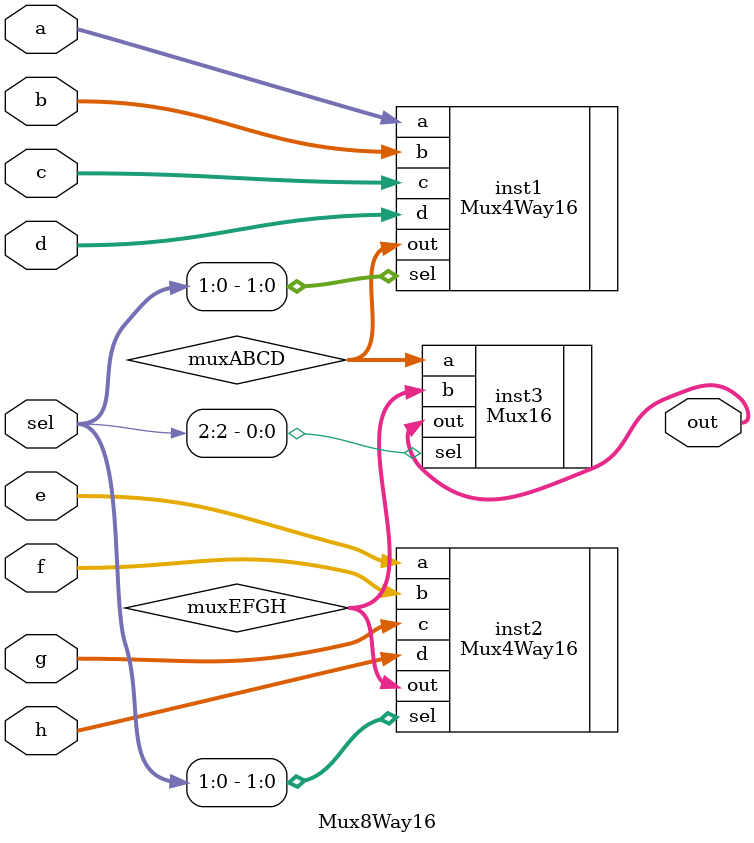
<source format=v>
module Mux8Way16 (
    input [15:0] a,
    input [15:0] b,
    input [15:0] c,
    input [15:0] d,
    input [15:0] e,
    input [15:0] f,
    input [15:0] g,
    input [15:0] h,
    input [2:0] sel,
    output [15:0] out
);
    wire [15:0] muxABCD, muxEFGH;

    // HDL sel[0..1] -> Verilog sel[1:0]
    Mux4Way16 inst1 (.a(a), .b(b), .c(c), .d(d), .sel(sel[1:0]), .out(muxABCD));
    Mux4Way16 inst2 (.a(e), .b(f), .c(g), .d(h), .sel(sel[1:0]), .out(muxEFGH));
    Mux16     inst3 (.a(muxABCD), .b(muxEFGH), .sel(sel[2]), .out(out));
endmodule
</source>
